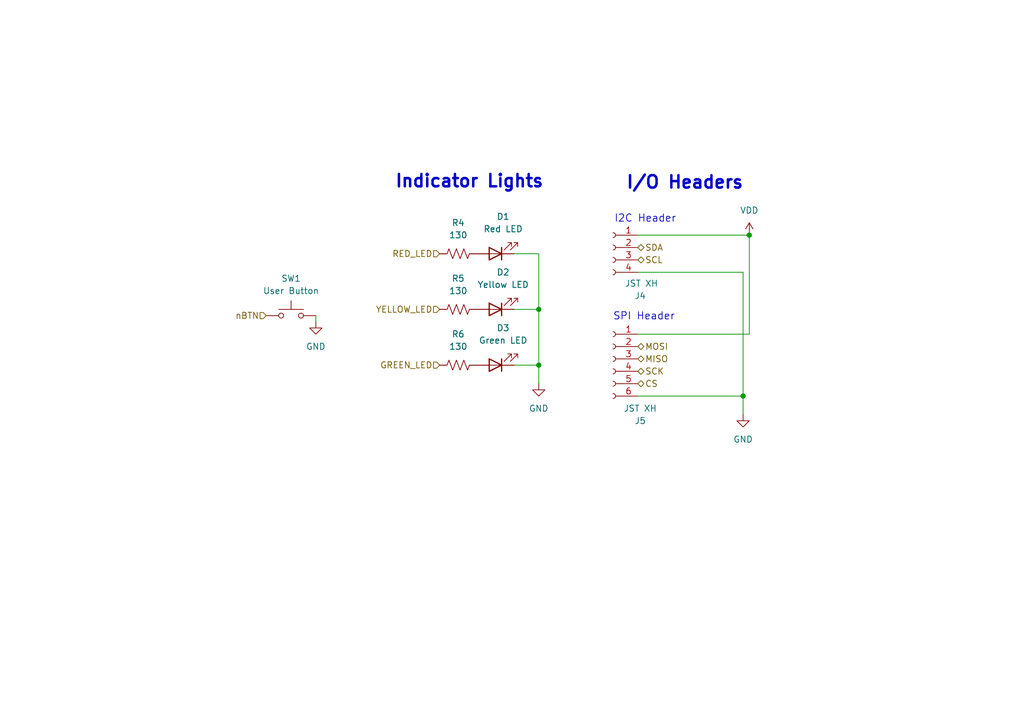
<source format=kicad_sch>
(kicad_sch (version 20250114) (generator "eeschema") (generator_version "9.0")
  (paper "A5")
  (title_block (title "IO Headers") (date "2026-02-17") (company "VIP Lightning From the Edge of Space"))
  (lib_symbols
    (symbol "Connector:Conn_01x04_Socket" (pin_names (offset 1.016) (hide yes))
      (property "Reference" "J" (at 0 5.08 0))
      (property "Value" "Conn_01x04_Socket" (at 0 -7.62 0))
      (symbol "Conn_01x04_Socket_1_1"
        (polyline (pts (xy -1.27 2.54) (xy -0.508 2.54)) (stroke (width 0.1524)))
        (polyline (pts (xy -1.27 0) (xy -0.508 0)) (stroke (width 0.1524)))
        (polyline (pts (xy -1.27 -2.54) (xy -0.508 -2.54)) (stroke (width 0.1524)))
        (polyline (pts (xy -1.27 -5.08) (xy -0.508 -5.08)) (stroke (width 0.1524)))
        (arc (start 0 2.032) (mid -0.5058 2.54) (end 0 3.048) (stroke (width 0.1524)))
        (arc (start 0 -0.508) (mid -0.5058 0) (end 0 0.508) (stroke (width 0.1524)))
        (arc (start 0 -3.048) (mid -0.5058 -2.54) (end 0 -2.032) (stroke (width 0.1524)))
        (arc (start 0 -5.588) (mid -0.5058 -5.08) (end 0 -4.572) (stroke (width 0.1524)))
        (pin passive line (at -5.08 2.54 0) (length 3.81) (name "Pin_1") (number "1"))
        (pin passive line (at -5.08 0 0) (length 3.81) (name "Pin_2") (number "2"))
        (pin passive line (at -5.08 -2.54 0) (length 3.81) (name "Pin_3") (number "3"))
        (pin passive line (at -5.08 -5.08 0) (length 3.81) (name "Pin_4") (number "4"))
      )
    )
    (symbol "Connector:Conn_01x06_Socket" (pin_names (offset 1.016) (hide yes))
      (property "Reference" "J" (at 0 7.62 0))
      (property "Value" "Conn_01x06_Socket" (at 0 -10.16 0))
      (symbol "Conn_01x06_Socket_1_1"
        (polyline (pts (xy -1.27 5.08) (xy -0.508 5.08)) (stroke (width 0.1524)))
        (polyline (pts (xy -1.27 2.54) (xy -0.508 2.54)) (stroke (width 0.1524)))
        (polyline (pts (xy -1.27 0) (xy -0.508 0)) (stroke (width 0.1524)))
        (polyline (pts (xy -1.27 -2.54) (xy -0.508 -2.54)) (stroke (width 0.1524)))
        (polyline (pts (xy -1.27 -5.08) (xy -0.508 -5.08)) (stroke (width 0.1524)))
        (polyline (pts (xy -1.27 -7.62) (xy -0.508 -7.62)) (stroke (width 0.1524)))
        (arc (start 0 4.572) (mid -0.5058 5.08) (end 0 5.588) (stroke (width 0.1524)))
        (arc (start 0 2.032) (mid -0.5058 2.54) (end 0 3.048) (stroke (width 0.1524)))
        (arc (start 0 -0.508) (mid -0.5058 0) (end 0 0.508) (stroke (width 0.1524)))
        (arc (start 0 -3.048) (mid -0.5058 -2.54) (end 0 -2.032) (stroke (width 0.1524)))
        (arc (start 0 -5.588) (mid -0.5058 -5.08) (end 0 -4.572) (stroke (width 0.1524)))
        (arc (start 0 -8.128) (mid -0.5058 -7.62) (end 0 -7.112) (stroke (width 0.1524)))
        (pin passive line (at -5.08 5.08 0) (length 3.81) (name "Pin_1") (number "1"))
        (pin passive line (at -5.08 2.54 0) (length 3.81) (name "Pin_2") (number "2"))
        (pin passive line (at -5.08 0 0) (length 3.81) (name "Pin_3") (number "3"))
        (pin passive line (at -5.08 -2.54 0) (length 3.81) (name "Pin_4") (number "4"))
        (pin passive line (at -5.08 -5.08 0) (length 3.81) (name "Pin_5") (number "5"))
        (pin passive line (at -5.08 -7.62 0) (length 3.81) (name "Pin_6") (number "6"))
      )
    )
    (symbol "Device:LED" (pin_numbers (hide yes)) (pin_names (offset 1.016) (hide yes))
      (property "Reference" "D" (at 0 2.54 0))
      (property "Value" "LED" (at 0 -2.54 0))
      (symbol "LED_0_1"
        (polyline (pts (xy -3.048 -0.762) (xy -4.572 -2.286) (xy -3.81 -2.286) (xy -4.572 -2.286) (xy -4.572 -1.524)))
        (polyline (pts (xy -1.778 -0.762) (xy -3.302 -2.286) (xy -2.54 -2.286) (xy -3.302 -2.286) (xy -3.302 -1.524)))
        (polyline (pts (xy -1.27 0) (xy 1.27 0)))
        (polyline (pts (xy -1.27 -1.27) (xy -1.27 1.27)) (stroke (width 0.254)))
        (polyline (pts (xy 1.27 -1.27) (xy 1.27 1.27) (xy -1.27 0) (xy 1.27 -1.27)) (stroke (width 0.254)))
      )
      (symbol "LED_1_1"
        (pin passive line (at -3.81 0 0) (length 2.54) (name "K") (number "1"))
        (pin passive line (at 3.81 0 180) (length 2.54) (name "A") (number "2"))
      )
    )
    (symbol "Device:R_US" (pin_numbers (hide yes)) (pin_names (offset 0))
      (property "Reference" "R" (at 2.54 0 90))
      (property "Value" "R_US" (at -2.54 0 90))
      (symbol "R_US_0_1"
        (polyline (pts (xy 0 2.286) (xy 0 2.54)))
        (polyline (pts (xy 0 2.286) (xy 1.016 1.905) (xy 0 1.524) (xy -1.016 1.143) (xy 0 0.762)))
        (polyline (pts (xy 0 0.762) (xy 1.016 0.381) (xy 0 0) (xy -1.016 -0.381) (xy 0 -0.762)))
        (polyline (pts (xy 0 -0.762) (xy 1.016 -1.143) (xy 0 -1.524) (xy -1.016 -1.905) (xy 0 -2.286)))
        (polyline (pts (xy 0 -2.286) (xy 0 -2.54)))
      )
      (symbol "R_US_1_1"
        (pin passive line (at 0 3.81 270) (length 1.27) (name "~") (number "1"))
        (pin passive line (at 0 -3.81 90) (length 1.27) (name "~") (number "2"))
      )
    )
    (symbol "Switch:SW_Push" (pin_numbers (hide yes)) (pin_names (offset 1.016) (hide yes))
      (property "Reference" "SW" (at 1.27 2.54 0))
      (property "Value" "SW_Push" (at 0 -1.524 0))
      (symbol "SW_Push_0_1"
        (circle (center -2.032 0) (radius 0.508))
        (polyline (pts (xy 0 1.27) (xy 0 3.048)))
        (circle (center 2.032 0) (radius 0.508))
        (polyline (pts (xy 2.54 1.27) (xy -2.54 1.27)))
        (pin passive line (at -5.08 0 0) (length 2.54) (name "1") (number "1"))
        (pin passive line (at 5.08 0 180) (length 2.54) (name "2") (number "2"))
      )
    )
    (symbol "power:GND" (power) (pin_numbers (hide yes)) (pin_names (offset 0) (hide yes))
      (property "Value" "GND" (at 0 -3.81 0))
      (symbol "GND_0_1"
        (polyline (pts (xy 0 0) (xy 0 -1.27) (xy 1.27 -1.27) (xy 0 -2.54) (xy -1.27 -1.27) (xy 0 -1.27)))
      )
      (symbol "GND_1_1"
        (pin power_in line (at 0 0 270) (length 0) (name "~") (number "1"))
      )
    )
    (symbol "power:VDD" (power) (pin_numbers (hide yes)) (pin_names (offset 0) (hide yes))
      (property "Value" "VDD" (at 0 3.556 0))
      (symbol "VDD_0_1"
        (polyline (pts (xy -0.762 1.27) (xy 0 2.54)))
        (polyline (pts (xy 0 2.54) (xy 0.762 1.27)))
        (polyline (pts (xy 0 0) (xy 0 2.54)))
      )
      (symbol "VDD_1_1"
        (pin power_in line (at 0 0 90) (length 0) (name "~") (number "1"))
      )
    )
  )
  (text "SPI Header" (at 132.08 65.024 0) (effects (font (size 1.5 1.5))))
  (text "I2C Header" (at 132.334 44.958 0) (effects (font (size 1.5 1.5))))
  (text "Indicator Lights" (at 96.266 37.338 0) (effects (font (size 2.54 2.54) (thickness 0.508) (bold yes))))
  (text "I/O Headers" (at 140.462 37.592 0) (effects (font (size 2.54 2.54) (thickness 0.508) (bold yes))))
  (junction (at 110.49 63.5))
  (junction (at 152.4 81.28))
  (junction (at 110.49 74.93))
  (junction (at 153.67 48.26))
  (wire (pts (xy 105.41 63.5) (xy 110.49 63.5)))
  (wire (pts (xy 153.67 48.26) (xy 153.67 68.58)))
  (wire (pts (xy 130.81 81.28) (xy 152.4 81.28)))
  (wire (pts (xy 152.4 81.28) (xy 152.4 55.88)))
  (wire (pts (xy 64.77 66.04) (xy 64.77 64.77)))
  (wire (pts (xy 110.49 63.5) (xy 110.49 52.07)))
  (wire (pts (xy 152.4 81.28) (xy 152.4 85.09)))
  (wire (pts (xy 110.49 52.07) (xy 105.41 52.07)))
  (wire (pts (xy 110.49 74.93) (xy 110.49 78.74)))
  (wire (pts (xy 110.49 63.5) (xy 110.49 74.93)))
  (wire (pts (xy 153.67 68.58) (xy 130.81 68.58)))
  (wire (pts (xy 152.4 55.88) (xy 130.81 55.88)))
  (wire (pts (xy 105.41 74.93) (xy 110.49 74.93)))
  (wire (pts (xy 130.81 48.26) (xy 153.67 48.26)))
  (hierarchical_label "SCK" (shape bidirectional) (at 130.81 76.2 0))
  (hierarchical_label "nBTN" (shape input) (at 54.61 64.77 180))
  (hierarchical_label "MOSI" (shape bidirectional) (at 130.81 71.12 0))
  (hierarchical_label "CS" (shape bidirectional) (at 130.81 78.74 0))
  (hierarchical_label "GREEN_LED" (shape input) (at 90.17 74.93 180))
  (hierarchical_label "SDA" (shape bidirectional) (at 130.81 50.8 0))
  (hierarchical_label "SCL" (shape bidirectional) (at 130.81 53.34 0))
  (hierarchical_label "RED_LED" (shape input) (at 90.17 52.07 180))
  (hierarchical_label "MISO" (shape bidirectional) (at 130.81 73.66 0))
  (hierarchical_label "YELLOW_LED" (shape input) (at 90.17 63.5 180))
  (symbol (lib_id "Device:R_US") (at 93.98 74.93 90) (unit 1)
    (property "Reference" "R6" (at 93.98 68.58 90))
    (property "Value" "130" (at 93.98 71.12 90))
    (property "Footprint" "Resistor_SMD:R_0805_2012Metric" (effects (hide yes)))
    (property "Description" "130 Ohms ±1% 0.25W, 1/4W Chip Resistor 0805" (effects (hide yes)))
    (property "Digikey" "541-130CCT-ND" (effects (hide yes)))
    (property "MPN" "CRCW0805130RFKEA" (effects (hide yes)))
    (property "Manufacturer" "Vishay Dale" (effects (hide yes)))
  )
  (symbol (lib_id "power:VDD") (at 153.67 48.26 0) (unit 1)
    (property "Reference" "#PWR020" (effects (hide yes)))
    (property "Value" "VDD" (at 153.67 43.18 0))
    (property "Description" "Power symbol creates a global label with name \"VDD\"" (effects (hide yes)))
  )
  (symbol (lib_id "Switch:SW_Push") (at 59.69 64.77 0) (unit 1)
    (property "Reference" "SW1" (at 59.69 57.15 0))
    (property "Value" "User Button" (at 59.69 59.69 0))
    (property "Footprint" "Button_Switch_THT:SW_PUSH_6mm" (effects (hide yes)))
    (property "Description" "Red Tactile Switch SPST-NO Top Actuated Through Hole" (effects (hide yes)))
    (property "Digikey" "  CKN9082-ND" (effects (hide yes)))
    (property "MPN" "  PTS645SK50-2 LFS" (effects (hide yes)))
    (property "Manufacturer" "C&K" (effects (hide yes)))
  )
  (symbol (lib_id "Connector:Conn_01x06_Socket") (at 125.73 73.66 0) (mirror y) (unit 1)
    (property "Reference" "J5" (at 131.318 86.36 0))
    (property "Value" "JST XH" (at 131.318 83.82 0))
    (property "Footprint" "Connector_JST:JST_XH_S6B-XH-A_1x06_P2.50mm_Horizontal" (effects (hide yes)))
    (property "Description" "JST XH" (effects (hide yes)))
    (property "MPN" "S6B-XH-A" (effects (hide yes)))
    (property "Manufacturer" "JST" (effects (hide yes)))
    (property "Digikey" "455-S6B-XH-A-ND" (effects (hide yes)))
  )
  (symbol (lib_id "Device:LED") (at 101.6 52.07 180) (unit 1)
    (property "Reference" "D1" (at 103.1875 44.45 0))
    (property "Value" "Red LED" (at 103.1875 46.99 0))
    (property "Footprint" "LED_SMD:LED_1206_3216Metric" (effects (hide yes)))
    (property "Description" "Red 631nm LED Indication - Discrete 2V 1206" (effects (hide yes)))
    (property "Sim.Pins" "1=K 2=A" (effects (hide yes)))
    (property "Digikey" "160-1405-1-ND " (effects (hide yes)))
    (property "MPN" "  LTST-C150KRKT" (effects (hide yes)))
    (property "Manufacturer" "Lite-On Inc." (effects (hide yes)))
  )
  (symbol (lib_id "Device:R_US") (at 93.98 63.5 90) (unit 1)
    (property "Reference" "R5" (at 93.98 57.15 90))
    (property "Value" "130" (at 93.98 59.69 90))
    (property "Footprint" "Resistor_SMD:R_0805_2012Metric" (effects (hide yes)))
    (property "Description" "130 Ohms ±1% 0.25W, 1/4W Chip Resistor 0805" (effects (hide yes)))
    (property "Digikey" "541-130CCT-ND" (effects (hide yes)))
    (property "MPN" "CRCW0805130RFKEA" (effects (hide yes)))
    (property "Manufacturer" "Vishay Dale" (effects (hide yes)))
  )
  (symbol (lib_id "Device:R_US") (at 93.98 52.07 90) (unit 1)
    (property "Reference" "R4" (at 93.98 45.72 90))
    (property "Value" "130" (at 93.98 48.26 90))
    (property "Footprint" "Resistor_SMD:R_0805_2012Metric" (effects (hide yes)))
    (property "Description" "130 Ohms ±1% 0.25W, 1/4W Chip Resistor 0805" (effects (hide yes)))
    (property "Digikey" "541-130CCT-ND" (effects (hide yes)))
    (property "MPN" "CRCW0805130RFKEA" (effects (hide yes)))
    (property "Manufacturer" "Vishay Dale" (effects (hide yes)))
  )
  (symbol (lib_id "power:GND") (at 110.49 78.74 0) (unit 1)
    (property "Reference" "#PWR07" (effects (hide yes)))
    (property "Value" "GND" (at 110.49 83.82 0))
    (property "Description" "Power symbol creates a global label with name \"GND\" , ground" (effects (hide yes)))
  )
  (symbol (lib_id "power:GND") (at 152.4 85.09 0) (unit 1)
    (property "Reference" "#PWR021" (effects (hide yes)))
    (property "Value" "GND" (at 152.4 90.17 0))
    (property "Description" "Power symbol creates a global label with name \"GND\" , ground" (effects (hide yes)))
  )
  (symbol (lib_id "power:GND") (at 64.77 66.04 0) (unit 1)
    (property "Reference" "#PWR026" (effects (hide yes)))
    (property "Value" "GND" (at 64.77 71.12 0))
    (property "Description" "Power symbol creates a global label with name \"GND\" , ground" (effects (hide yes)))
  )
  (symbol (lib_id "Connector:Conn_01x04_Socket") (at 125.73 50.8 0) (mirror y) (unit 1)
    (property "Reference" "J4" (at 131.318 60.706 0))
    (property "Value" "JST XH" (at 131.572 58.166 0))
    (property "Footprint" "Connector_JST:JST_XH_S4B-XH-A_1x04_P2.50mm_Horizontal" (effects (hide yes)))
    (property "Description" "JST XH" (effects (hide yes)))
    (property "MPN" "S4B-XH-A" (effects (hide yes)))
    (property "Manufacturer" "JST" (effects (hide yes)))
    (property "Digikey" "455-2243-ND" (effects (hide yes)))
  )
  (symbol (lib_id "Device:LED") (at 101.6 63.5 180) (unit 1)
    (property "Reference" "D2" (at 103.1875 55.88 0))
    (property "Value" "Yellow LED" (at 103.1875 58.42 0))
    (property "Footprint" "LED_SMD:LED_1206_3216Metric" (effects (hide yes)))
    (property "Description" "Yellow 591nm LED Indication - Discrete 2.1V 1206" (effects (hide yes)))
    (property "Sim.Pins" "1=K 2=A" (effects (hide yes)))
    (property "Digikey" "160-1406-1-ND" (effects (hide yes)))
    (property "MPN" "  LTST-C150KSKT" (effects (hide yes)))
    (property "Manufacturer" "Lite-On Inc." (effects (hide yes)))
  )
  (symbol (lib_id "Device:LED") (at 101.6 74.93 180) (unit 1)
    (property "Reference" "D3" (at 103.1875 67.31 0))
    (property "Value" "Green LED" (at 103.1875 69.85 0))
    (property "Footprint" "LED_SMD:LED_1206_3216Metric" (effects (hide yes)))
    (property "Description" "Green 571nm LED Indication - Discrete 2V 1206" (effects (hide yes)))
    (property "Sim.Pins" "1=K 2=A" (effects (hide yes)))
    (property "Digikey" "160-1456-1-ND" (effects (hide yes)))
    (property "MPN" "  LTST-C230KGKT" (effects (hide yes)))
    (property "Manufacturer" "Lite-On Inc." (effects (hide yes)))
  )
)
</source>
